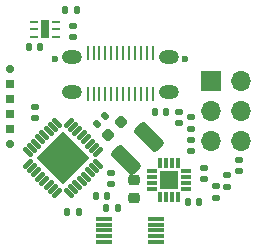
<source format=gts>
G04 #@! TF.GenerationSoftware,KiCad,Pcbnew,(5.99.0-11526-gd613292b67)*
G04 #@! TF.CreationDate,2021-07-26T19:59:08-04:00*
G04 #@! TF.ProjectId,bias,62696173-2e6b-4696-9361-645f70636258,rev?*
G04 #@! TF.SameCoordinates,Original*
G04 #@! TF.FileFunction,Soldermask,Top*
G04 #@! TF.FilePolarity,Negative*
%FSLAX46Y46*%
G04 Gerber Fmt 4.6, Leading zero omitted, Abs format (unit mm)*
G04 Created by KiCad (PCBNEW (5.99.0-11526-gd613292b67)) date 2021-07-26 19:59:08*
%MOMM*%
%LPD*%
G01*
G04 APERTURE LIST*
G04 Aperture macros list*
%AMRoundRect*
0 Rectangle with rounded corners*
0 $1 Rounding radius*
0 $2 $3 $4 $5 $6 $7 $8 $9 X,Y pos of 4 corners*
0 Add a 4 corners polygon primitive as box body*
4,1,4,$2,$3,$4,$5,$6,$7,$8,$9,$2,$3,0*
0 Add four circle primitives for the rounded corners*
1,1,$1+$1,$2,$3*
1,1,$1+$1,$4,$5*
1,1,$1+$1,$6,$7*
1,1,$1+$1,$8,$9*
0 Add four rect primitives between the rounded corners*
20,1,$1+$1,$2,$3,$4,$5,0*
20,1,$1+$1,$4,$5,$6,$7,0*
20,1,$1+$1,$6,$7,$8,$9,0*
20,1,$1+$1,$8,$9,$2,$3,0*%
%AMRotRect*
0 Rectangle, with rotation*
0 The origin of the aperture is its center*
0 $1 length*
0 $2 width*
0 $3 Rotation angle, in degrees counterclockwise*
0 Add horizontal line*
21,1,$1,$2,0,0,$3*%
G04 Aperture macros list end*
%ADD10RoundRect,0.147500X-0.172500X0.147500X-0.172500X-0.147500X0.172500X-0.147500X0.172500X0.147500X0*%
%ADD11RoundRect,0.147500X0.172500X-0.147500X0.172500X0.147500X-0.172500X0.147500X-0.172500X-0.147500X0*%
%ADD12RoundRect,0.147500X-0.147500X-0.172500X0.147500X-0.172500X0.147500X0.172500X-0.147500X0.172500X0*%
%ADD13RoundRect,0.147500X0.147500X0.172500X-0.147500X0.172500X-0.147500X-0.172500X0.147500X-0.172500X0*%
%ADD14C,0.704800*%
%ADD15R,0.700000X0.700000*%
%ADD16R,0.850000X0.300000*%
%ADD17R,0.300000X0.850000*%
%ADD18R,1.550000X1.550000*%
%ADD19RoundRect,0.218750X-0.256250X0.218750X-0.256250X-0.218750X0.256250X-0.218750X0.256250X0.218750X0*%
%ADD20RoundRect,0.070000X-0.399515X-0.201525X-0.201525X-0.399515X0.399515X0.201525X0.201525X0.399515X0*%
%ADD21RoundRect,0.070000X-0.399515X0.201525X0.201525X-0.399515X0.399515X-0.201525X-0.201525X0.399515X0*%
%ADD22C,0.400000*%
%ADD23RotRect,3.200000X3.200000X315.000000*%
%ADD24R,1.400000X0.300000*%
%ADD25RoundRect,0.250000X0.494975X-1.025305X1.025305X-0.494975X-0.494975X1.025305X-1.025305X0.494975X0*%
%ADD26C,0.600000*%
%ADD27R,0.270000X1.150000*%
%ADD28O,1.700000X1.200000*%
%ADD29R,0.729800X0.248400*%
%ADD30R,0.800000X1.600000*%
%ADD31R,1.700000X1.700000*%
%ADD32O,1.700000X1.700000*%
%ADD33RoundRect,0.218750X0.026517X-0.335876X0.335876X-0.026517X-0.026517X0.335876X-0.335876X0.026517X0*%
%ADD34RoundRect,0.147500X-0.017678X0.226274X-0.226274X0.017678X0.017678X-0.226274X0.226274X-0.017678X0*%
G04 APERTURE END LIST*
D10*
X206800000Y-105595000D03*
X206800000Y-106565000D03*
D11*
X209730000Y-105885000D03*
X209730000Y-104915000D03*
D10*
X205680000Y-103225000D03*
X205680000Y-104195000D03*
D11*
X198869200Y-106960400D03*
X198869200Y-105990400D03*
D12*
X202590000Y-100825000D03*
X203560000Y-100825000D03*
D13*
X195985000Y-92225000D03*
X195015000Y-92225000D03*
X198554200Y-107975400D03*
X197584200Y-107975400D03*
D14*
X190359200Y-97255400D03*
D15*
X190359200Y-98525400D03*
X190359200Y-99795400D03*
X190359200Y-101065400D03*
X190359200Y-102335400D03*
D14*
X190359200Y-103605400D03*
D16*
X205264200Y-107400400D03*
X205264200Y-106900400D03*
X205264200Y-106400400D03*
X205264200Y-105900400D03*
D17*
X204564200Y-105200400D03*
X204064200Y-105200400D03*
X203564200Y-105200400D03*
X203064200Y-105200400D03*
D16*
X202364200Y-105900400D03*
X202364200Y-106400400D03*
X202364200Y-106900400D03*
X202364200Y-107400400D03*
D17*
X203064200Y-108100400D03*
X203564200Y-108100400D03*
X204064200Y-108100400D03*
X204564200Y-108100400D03*
D18*
X203814200Y-106650400D03*
D12*
X191940000Y-95325000D03*
X192910000Y-95325000D03*
D11*
X192419200Y-101405400D03*
X192419200Y-100435400D03*
D12*
X198473200Y-108991400D03*
X199443200Y-108991400D03*
X195165000Y-109325000D03*
X196135000Y-109325000D03*
D19*
X200800000Y-106612500D03*
X200800000Y-108187500D03*
D20*
X191834808Y-105279740D03*
X192188362Y-105633293D03*
X192541915Y-105986847D03*
X192895468Y-106340400D03*
X193249022Y-106693953D03*
X193602575Y-107047507D03*
X193956129Y-107401060D03*
X194309682Y-107754614D03*
D21*
X195334987Y-107754614D03*
X195688540Y-107401060D03*
X196042094Y-107047507D03*
X196395647Y-106693953D03*
X196749200Y-106340400D03*
X197102754Y-105986847D03*
X197456307Y-105633293D03*
X197809861Y-105279740D03*
D20*
X197809861Y-104254435D03*
X197456307Y-103900882D03*
X197102754Y-103547328D03*
X196749200Y-103193775D03*
X196395647Y-102840221D03*
X196042094Y-102486668D03*
X195688540Y-102133115D03*
X195334987Y-101779561D03*
D21*
X194309682Y-101779561D03*
X193956129Y-102133115D03*
X193602575Y-102486668D03*
X193249022Y-102840221D03*
X192895468Y-103193775D03*
X192541915Y-103547328D03*
X192188362Y-103900882D03*
X191834808Y-104254435D03*
D22*
X194822334Y-104767087D03*
X194822334Y-103352874D03*
X196236548Y-104767087D03*
X195529441Y-104059981D03*
X193408121Y-104767087D03*
X194115228Y-104059981D03*
X195529441Y-105474194D03*
X194115228Y-105474194D03*
X194822334Y-106181301D03*
D23*
X194822334Y-104767087D03*
D24*
X198282200Y-109896400D03*
X198282200Y-110396400D03*
X198282200Y-110896400D03*
X198282200Y-111396400D03*
X198282200Y-111896400D03*
X202682200Y-111896400D03*
X202682200Y-111396400D03*
X202682200Y-110896400D03*
X202682200Y-110396400D03*
X202682200Y-109896400D03*
D25*
X200135051Y-104939949D03*
X202114949Y-102960051D03*
D10*
X195639400Y-93553400D03*
X195639400Y-94523400D03*
D26*
X194159240Y-96372680D03*
X205159240Y-96372680D03*
D27*
X196909240Y-95847680D03*
X197409240Y-95847680D03*
X197909240Y-95847680D03*
X198409240Y-95847680D03*
X198909240Y-95847680D03*
X199409240Y-95847680D03*
X199909240Y-95847680D03*
X200409240Y-95847680D03*
X200909240Y-95847680D03*
X201409240Y-95847680D03*
X201909240Y-95847680D03*
X202409240Y-95847680D03*
X202409240Y-99347680D03*
X201909240Y-99347680D03*
X201409240Y-99347680D03*
X200909240Y-99347680D03*
X200409240Y-99347680D03*
X199909240Y-99347680D03*
X199409240Y-99347680D03*
X198909240Y-99347680D03*
X198409240Y-99347680D03*
X197909240Y-99347680D03*
X197409240Y-99347680D03*
X196909240Y-99347680D03*
D28*
X195559240Y-99142680D03*
X195559240Y-96202680D03*
X203759239Y-99142680D03*
X203759239Y-96202680D03*
D29*
X192379501Y-93228401D03*
X192379501Y-93878400D03*
X192379501Y-94528399D03*
X194259299Y-94528399D03*
X194259299Y-93878400D03*
X194259299Y-93228401D03*
D30*
X193319400Y-93878400D03*
D11*
X204600000Y-101810000D03*
X204600000Y-100840000D03*
D31*
X207391000Y-98260000D03*
D32*
X209931000Y-98260000D03*
X207391000Y-100800000D03*
X209931000Y-100800000D03*
X207391000Y-103340000D03*
X209931000Y-103340000D03*
D11*
X208670000Y-107175000D03*
X208670000Y-106205000D03*
D33*
X198618153Y-102831847D03*
X199731847Y-101718153D03*
D11*
X207750000Y-108125000D03*
X207750000Y-107155000D03*
D10*
X205650000Y-101295000D03*
X205650000Y-102265000D03*
D12*
X205365000Y-108475000D03*
X206335000Y-108475000D03*
D34*
X198417947Y-101232053D03*
X197732053Y-101917947D03*
M02*

</source>
